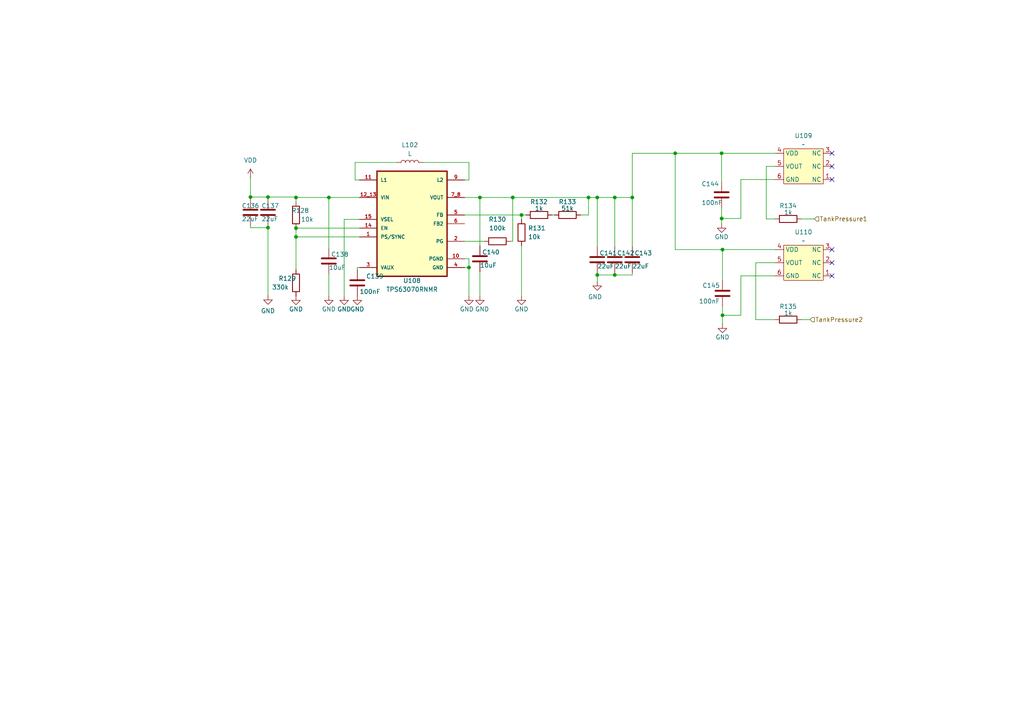
<source format=kicad_sch>
(kicad_sch (version 20231120) (generator "eeschema") (generator_version "8.0")
  (paper "A4")
  (lib_symbols
    (symbol "Device:C" (pin_numbers hide) (pin_names (offset 0.254))
      (property "Reference" "C" (at 0.635 2.54 0))
      (property "Value" "C" (at 0.635 -2.54 0))
      (symbol "C_0_1"
        (polyline (pts (xy -2.032 -0.762) (xy 2.032 -0.762)) (stroke (width 0.508)))
        (polyline (pts (xy -2.032 0.762) (xy 2.032 0.762)) (stroke (width 0.508)))
      )
      (symbol "C_1_1"
        (pin passive line (at 0 3.81 270) (length 2.794) (name "~") (number "1"))
        (pin passive line (at 0 -3.81 90) (length 2.794) (name "~") (number "2"))
      )
    )
    (symbol "Device:L" (pin_numbers hide) (pin_names (offset 1.016) hide)
      (property "Reference" "L" (at -1.27 0 90))
      (property "Value" "L" (at 1.905 0 90))
      (symbol "L_0_1"
        (arc (start 0 -2.54) (mid 0.6323 -1.905) (end 0 -1.27))
        (arc (start 0 -1.27) (mid 0.6323 -0.635) (end 0 0))
        (arc (start 0 0) (mid 0.6323 0.635) (end 0 1.27))
        (arc (start 0 1.27) (mid 0.6323 1.905) (end 0 2.54))
      )
      (symbol "L_1_1"
        (pin passive line (at 0 3.81 270) (length 1.27) (name "1") (number "1"))
        (pin passive line (at 0 -3.81 90) (length 1.27) (name "2") (number "2"))
      )
    )
    (symbol "Device:R" (pin_numbers hide) (pin_names (offset 0))
      (property "Reference" "R" (at 2.032 0 90))
      (property "Value" "R" (at 0 0 90))
      (symbol "R_0_1"
        (rectangle (start -1.016 -2.54) (end 1.016 2.54) (stroke (width 0.254)))
      )
      (symbol "R_1_1"
        (pin passive line (at 0 3.81 270) (length 1.27) (name "~") (number "1"))
        (pin passive line (at 0 -3.81 90) (length 1.27) (name "~") (number "2"))
      )
    )
    (symbol "WOBCLibrary:MIS-2500-150G"
      (property "Reference" "U" (at -5.08 6.35 0))
      (symbol "MIS-2500-150G_1_1"
        (polyline (pts (xy -6.35 5.08) (xy -6.35 -5.08) (xy 5.08 -5.08) (xy 5.08 5.08) (xy -6.35 5.08)) (fill (type background)))
        (pin input line (at 7.62 -3.81 180) (length 2.54) (name "NC") (number "1"))
        (pin input line (at 7.62 0 180) (length 2.54) (name "NC") (number "2"))
        (pin input line (at 7.62 3.81 180) (length 2.54) (name "NC") (number "3"))
        (pin input line (at -8.89 3.81 0) (length 2.54) (name "VDD") (number "4"))
        (pin input line (at -8.89 0 0) (length 2.54) (name "VOUT") (number "5"))
        (pin input line (at -8.89 -3.81 0) (length 2.54) (name "GND") (number "6"))
      )
    )
    (symbol "WOBCLibrary:TPS63070RNMR" (pin_names (offset 1.016))
      (property "Reference" "U" (at -12.7 29.21 0))
      (property "Value" "TPS63070RNMR" (at -12.7 -19.24 0))
      (symbol "TPS63070RNMR_0_0"
        (rectangle (start -10.16 15.24) (end 10.16 -15.24) (stroke (width 0.41)) (fill (type background)))
        (pin input line (at -15.24 -3.81 0) (length 5.08) (name "PS/SYNC") (number "1"))
        (pin power_in line (at 15.24 -10.16 180) (length 5.08) (name "PGND") (number "10"))
        (pin bidirectional line (at -15.24 12.7 0) (length 5.08) (name "L1") (number "11"))
        (pin input line (at -15.24 7.62 0) (length 5.08) (name "VIN") (number "12_13"))
        (pin input line (at -15.24 -1.27 0) (length 5.08) (name "EN") (number "14"))
        (pin input line (at -15.24 1.27 0) (length 5.08) (name "VSEL") (number "15"))
        (pin output line (at 15.24 -5.08 180) (length 5.08) (name "PG") (number "2"))
        (pin output line (at -15.24 -12.7 0) (length 5.08) (name "VAUX") (number "3"))
        (pin power_in line (at 15.24 -12.7 180) (length 5.08) (name "GND") (number "4"))
        (pin input line (at 15.24 2.54 180) (length 5.08) (name "FB") (number "5"))
        (pin output line (at 15.24 0 180) (length 5.08) (name "FB2") (number "6"))
        (pin output line (at 15.24 7.62 180) (length 5.08) (name "VOUT") (number "7_8"))
        (pin bidirectional line (at 15.24 12.7 180) (length 5.08) (name "L2") (number "9"))
      )
    )
    (symbol "power:GND" (power) (pin_names (offset 0))
      (property "Value" "GND" (at 0 -3.81 0))
      (symbol "GND_0_1"
        (polyline (pts (xy 0 0) (xy 0 -1.27) (xy 1.27 -1.27) (xy 0 -2.54) (xy -1.27 -1.27) (xy 0 -1.27)))
      )
      (symbol "GND_1_1"
        (pin power_in line (at 0 0 270) (length 0) hide (name "GND") (number "1"))
      )
    )
    (symbol "power:VDD" (power) (pin_numbers hide) (pin_names (offset 0) hide)
      (property "Value" "VDD" (at 0 3.556 0))
      (symbol "VDD_0_1"
        (polyline (pts (xy -0.762 1.27) (xy 0 2.54)))
        (polyline (pts (xy 0 0) (xy 0 2.54)))
        (polyline (pts (xy 0 2.54) (xy 0.762 1.27)))
      )
      (symbol "VDD_1_1"
        (pin power_in line (at 0 0 90) (length 0) (name "~") (number "1"))
      )
    )
  )
  (junction (at 148.717 57.277))
  (junction (at 178.308 79.756))
  (junction (at 139.192 57.277))
  (junction (at 209.296 44.45))
  (junction (at 85.852 68.707))
  (junction (at 209.296 63.373))
  (junction (at 173.228 57.277))
  (junction (at 72.644 57.15))
  (junction (at 209.55 91.44))
  (junction (at 77.724 57.15))
  (junction (at 85.852 66.167))
  (junction (at 183.388 57.277))
  (junction (at 173.228 79.756))
  (junction (at 170.688 57.277))
  (junction (at 77.724 66.04))
  (junction (at 85.852 57.277))
  (junction (at 151.257 62.357))
  (junction (at 209.55 72.39))
  (junction (at 195.834 44.45))
  (junction (at 136.017 77.597))
  (junction (at 178.308 57.277))
  (junction (at 95.377 57.277))
  (no_connect (at 241.3 80.01))
  (no_connect (at 241.3 72.39))
  (no_connect (at 241.3 44.45))
  (no_connect (at 241.3 52.07))
  (no_connect (at 241.3 76.2))
  (no_connect (at 241.3 48.26))
  (wire (pts (xy 183.388 79.121) (xy 183.388 79.756)))
  (wire (pts (xy 222.25 63.5) (xy 224.79 63.5)))
  (wire (pts (xy 173.228 79.756) (xy 173.228 81.661)))
  (wire (pts (xy 85.852 66.167) (xy 104.267 66.167)))
  (wire (pts (xy 151.257 63.627) (xy 151.257 62.357)))
  (wire (pts (xy 139.192 85.852) (xy 139.192 78.867)))
  (wire (pts (xy 209.296 44.45) (xy 209.296 52.705)))
  (wire (pts (xy 115.062 47.117) (xy 102.997 47.117)))
  (wire (pts (xy 209.55 93.98) (xy 209.55 91.44)))
  (wire (pts (xy 183.388 57.277) (xy 183.388 71.501)))
  (wire (pts (xy 195.834 44.45) (xy 209.296 44.45)))
  (wire (pts (xy 102.997 52.197) (xy 104.267 52.197)))
  (wire (pts (xy 219.202 76.2) (xy 219.202 92.71)))
  (wire (pts (xy 170.688 57.277) (xy 170.688 62.357)))
  (wire (pts (xy 85.852 68.707) (xy 104.267 68.707)))
  (wire (pts (xy 136.017 75.057) (xy 136.017 77.597)))
  (wire (pts (xy 72.644 57.15) (xy 72.644 57.785)))
  (wire (pts (xy 85.852 66.167) (xy 85.852 68.707)))
  (wire (pts (xy 77.724 57.15) (xy 77.724 57.785)))
  (wire (pts (xy 85.852 57.277) (xy 95.377 57.277)))
  (wire (pts (xy 77.724 66.04) (xy 77.724 85.725)))
  (wire (pts (xy 151.257 62.357) (xy 152.527 62.357)))
  (wire (pts (xy 222.25 48.26) (xy 224.79 48.26)))
  (wire (pts (xy 209.55 72.39) (xy 209.55 81.28)))
  (wire (pts (xy 103.632 78.232) (xy 103.632 77.597)))
  (wire (pts (xy 95.377 57.277) (xy 104.267 57.277)))
  (wire (pts (xy 136.017 52.197) (xy 134.747 52.197)))
  (wire (pts (xy 209.296 60.325) (xy 209.296 63.373)))
  (wire (pts (xy 209.55 72.39) (xy 195.834 72.39)))
  (wire (pts (xy 209.55 88.9) (xy 209.55 91.44)))
  (wire (pts (xy 183.388 79.756) (xy 178.308 79.756)))
  (wire (pts (xy 136.017 47.117) (xy 136.017 52.197)))
  (wire (pts (xy 183.388 44.45) (xy 183.388 57.277)))
  (wire (pts (xy 170.688 57.277) (xy 173.228 57.277)))
  (wire (pts (xy 173.228 57.277) (xy 173.228 71.501)))
  (wire (pts (xy 178.308 57.277) (xy 178.308 71.501)))
  (wire (pts (xy 95.377 71.882) (xy 95.377 57.277)))
  (wire (pts (xy 99.822 63.627) (xy 99.822 85.852)))
  (wire (pts (xy 95.377 79.502) (xy 95.377 85.852)))
  (wire (pts (xy 232.41 92.71) (xy 234.95 92.71)))
  (wire (pts (xy 219.202 76.2) (xy 224.79 76.2)))
  (wire (pts (xy 173.228 57.277) (xy 178.308 57.277)))
  (wire (pts (xy 214.884 52.07) (xy 224.79 52.07)))
  (wire (pts (xy 183.388 57.277) (xy 178.308 57.277)))
  (wire (pts (xy 122.682 47.117) (xy 136.017 47.117)))
  (wire (pts (xy 151.257 71.247) (xy 151.257 85.852)))
  (wire (pts (xy 209.55 91.44) (xy 214.884 91.44)))
  (wire (pts (xy 136.017 77.597) (xy 136.017 85.852)))
  (wire (pts (xy 140.462 69.977) (xy 134.747 69.977)))
  (wire (pts (xy 103.632 77.597) (xy 104.267 77.597)))
  (wire (pts (xy 148.082 69.977) (xy 148.717 69.977)))
  (wire (pts (xy 85.852 57.15) (xy 85.852 57.277)))
  (wire (pts (xy 77.724 57.15) (xy 85.852 57.15)))
  (wire (pts (xy 195.834 44.45) (xy 195.834 72.39)))
  (wire (pts (xy 178.308 79.121) (xy 178.308 79.756)))
  (wire (pts (xy 209.296 64.897) (xy 209.296 63.373)))
  (wire (pts (xy 139.192 57.277) (xy 148.717 57.277)))
  (wire (pts (xy 214.884 63.373) (xy 214.884 52.07)))
  (wire (pts (xy 72.644 65.405) (xy 72.644 66.04)))
  (wire (pts (xy 219.202 92.71) (xy 224.79 92.71)))
  (wire (pts (xy 104.267 63.627) (xy 99.822 63.627)))
  (wire (pts (xy 209.296 63.373) (xy 214.884 63.373)))
  (wire (pts (xy 134.747 57.277) (xy 139.192 57.277)))
  (wire (pts (xy 232.41 63.5) (xy 236.22 63.5)))
  (wire (pts (xy 134.747 62.357) (xy 151.257 62.357)))
  (wire (pts (xy 209.296 44.45) (xy 224.79 44.45)))
  (wire (pts (xy 214.884 91.44) (xy 214.884 80.01)))
  (wire (pts (xy 72.644 66.04) (xy 77.724 66.04)))
  (wire (pts (xy 173.228 79.756) (xy 173.228 79.121)))
  (wire (pts (xy 178.308 79.756) (xy 173.228 79.756)))
  (wire (pts (xy 72.644 57.15) (xy 77.724 57.15)))
  (wire (pts (xy 77.724 65.405) (xy 77.724 66.04)))
  (wire (pts (xy 148.717 57.277) (xy 170.688 57.277)))
  (wire (pts (xy 160.782 62.357) (xy 160.147 62.357)))
  (wire (pts (xy 170.688 62.357) (xy 168.402 62.357)))
  (wire (pts (xy 183.388 44.45) (xy 195.834 44.45)))
  (wire (pts (xy 102.997 47.117) (xy 102.997 52.197)))
  (wire (pts (xy 139.192 57.277) (xy 139.192 71.247)))
  (wire (pts (xy 72.644 51.562) (xy 72.644 57.15)))
  (wire (pts (xy 209.55 72.39) (xy 224.79 72.39)))
  (wire (pts (xy 136.017 77.597) (xy 134.747 77.597)))
  (wire (pts (xy 85.852 57.277) (xy 85.852 58.547)))
  (wire (pts (xy 134.747 75.057) (xy 136.017 75.057)))
  (wire (pts (xy 85.852 68.707) (xy 85.852 78.232)))
  (wire (pts (xy 214.884 80.01) (xy 224.79 80.01)))
  (wire (pts (xy 222.25 48.26) (xy 222.25 63.5)))
  (wire (pts (xy 148.717 69.977) (xy 148.717 57.277)))
  (hierarchical_label "TankPressure1" (shape input) (at 236.22 63.5 0))
  (hierarchical_label "TankPressure2" (shape input) (at 234.95 92.71 0))
  (symbol (lib_id "Device:C") (at 178.308 75.311 0) (unit 1)
    (property "Reference" "C142" (at 178.943 73.406 0) (effects (justify left)))
    (property "Value" "22uF" (at 178.308 77.216 0) (effects (justify left)))
    (property "Footprint" "Capacitor_SMD:C_0805_2012Metric" (effects (hide yes)))
    (property "LCSC" "C45783" (effects (hide yes)))
    (instances (project "RCS" (path "" (reference "C142") (unit 1))) (project "RCS" (path "" (reference "C507") (unit 1))))
  )
  (symbol (lib_id "Device:R") (at 156.337 62.357 90) (unit 1)
    (property "Reference" "R132" (at 156.337 58.547 90))
    (property "Value" "1k" (at 156.337 60.452 90))
    (property "Footprint" "Resistor_SMD:R_0402_1005Metric" (effects (hide yes)))
    (property "LCSC" " C11702" (effects (hide yes)))
    (instances (project "RCS" (path "" (reference "R132") (unit 1))) (project "RCS" (path "" (reference "R505") (unit 1))))
  )
  (symbol (lib_id "Device:C") (at 139.192 75.057 0) (unit 1)
    (property "Reference" "C140" (at 139.827 73.152 0) (effects (justify left)))
    (property "Value" "10uF" (at 139.192 76.962 0) (effects (justify left)))
    (property "Footprint" "Capacitor_SMD:C_0603_1608Metric" (effects (hide yes)))
    (property "LCSC" "C96446" (effects (hide yes)))
    (instances (project "RCS" (path "" (reference "C140") (unit 1))) (project "RCS" (path "" (reference "C505") (unit 1))))
  )
  (symbol (lib_id "power:GND") (at 85.852 85.852 0) (unit 1)
    (property "Reference" "#PWR0163" (effects (hide yes)))
    (property "Value" "GND" (at 85.852 89.662 0))
    (instances (project "RCS" (path "" (reference "#PWR0163") (unit 1))) (project "RCS" (path "" (reference "#PWR0503") (unit 1))))
  )
  (symbol (lib_id "power:GND") (at 77.724 85.725 0) (unit 1)
    (property "Reference" "#PWR0162" (effects (hide yes)))
    (property "Value" "GND" (at 77.724 90.17 0))
    (instances (project "RCS" (path "" (reference "#PWR0162") (unit 1))) (project "RCS" (path "" (reference "#PWR0502") (unit 1))))
  )
  (symbol (lib_id "Device:C") (at 95.377 75.692 0) (unit 1)
    (property "Reference" "C138" (at 96.012 73.787 0) (effects (justify left)))
    (property "Value" "10uF" (at 95.377 77.597 0) (effects (justify left)))
    (property "Footprint" "Capacitor_SMD:C_0603_1608Metric" (effects (hide yes)))
    (property "LCSC" "C96446" (effects (hide yes)))
    (instances (project "RCS" (path "" (reference "C138") (unit 1))) (project "RCS" (path "" (reference "C503") (unit 1))))
  )
  (symbol (lib_id "Device:C") (at 103.632 82.042 0) (unit 1)
    (property "Reference" "C139" (at 106.172 80.137 0) (effects (justify left)))
    (property "Value" "100nF" (at 104.267 84.582 0) (effects (justify left)))
    (property "Footprint" "Capacitor_SMD:C_0402_1005Metric" (effects (hide yes)))
    (property "LCSC" "C1525" (effects (hide yes)))
    (instances (project "RCS" (path "" (reference "C139") (unit 1))) (project "RCS" (path "" (reference "C504") (unit 1))))
  )
  (symbol (lib_id "power:GND") (at 209.55 93.98 0) (unit 1)
    (property "Reference" "#PWR0172" (effects (hide yes)))
    (property "Value" "GND" (at 209.55 97.79 0))
    (instances (project "RCS" (path "" (reference "#PWR0172") (unit 1))) (project "RCS" (path "" (reference "#PWR0512") (unit 1))))
  )
  (symbol (lib_id "power:GND") (at 173.228 81.661 0) (unit 1)
    (property "Reference" "#PWR0170" (effects (hide yes)))
    (property "Value" "GND" (at 172.593 86.106 0))
    (instances (project "RCS" (path "" (reference "#PWR0170") (unit 1))) (project "RCS" (path "" (reference "#PWR0510") (unit 1))))
  )
  (symbol (lib_id "power:GND") (at 209.296 64.897 0) (unit 1)
    (property "Reference" "#PWR0171" (effects (hide yes)))
    (property "Value" "GND" (at 209.296 68.707 0))
    (instances (project "RCS" (path "" (reference "#PWR0171") (unit 1))) (project "RCS" (path "" (reference "#PWR0511") (unit 1))))
  )
  (symbol (lib_id "Device:C") (at 77.724 61.595 0) (unit 1)
    (property "Reference" "C137" (at 75.819 59.69 0) (effects (justify left)))
    (property "Value" "22uF" (at 75.819 63.5 0) (effects (justify left)))
    (property "Footprint" "Capacitor_SMD:C_0805_2012Metric" (effects (hide yes)))
    (property "LCSC" "C45783" (effects (hide yes)))
    (instances (project "RCS" (path "" (reference "C137") (unit 1))) (project "RCS" (path "" (reference "C502") (unit 1))))
  )
  (symbol (lib_id "power:VDD") (at 72.644 51.562 0) (unit 1)
    (property "Reference" "#PWR0161" (effects (hide yes)))
    (property "Value" "VDD" (at 72.644 46.482 0))
    (property "Description" "Power symbol creates a global label with name \"VDD\"" (effects (hide yes)))
    (instances (project "RCS" (path "" (reference "#PWR0161") (unit 1))) (project "RCS" (path "" (reference "#PWR0501") (unit 1))))
  )
  (symbol (lib_id "Device:C") (at 72.644 61.595 0) (unit 1)
    (property "Reference" "C136" (at 70.104 59.69 0) (effects (justify left)))
    (property "Value" "22uF" (at 70.104 63.5 0) (effects (justify left)))
    (property "Footprint" "Capacitor_SMD:C_0805_2012Metric" (effects (hide yes)))
    (property "LCSC" "C45783" (effects (hide yes)))
    (instances (project "RCS" (path "" (reference "C136") (unit 1))) (project "RCS" (path "" (reference "C501") (unit 1))))
  )
  (symbol (lib_id "Device:C") (at 173.228 75.311 0) (unit 1)
    (property "Reference" "C141" (at 173.863 73.406 0) (effects (justify left)))
    (property "Value" "22uF" (at 173.228 77.216 0) (effects (justify left)))
    (property "Footprint" "Capacitor_SMD:C_0805_2012Metric" (effects (hide yes)))
    (property "LCSC" "C45783" (effects (hide yes)))
    (instances (project "RCS" (path "" (reference "C141") (unit 1))) (project "RCS" (path "" (reference "C506") (unit 1))))
  )
  (symbol (lib_id "power:GND") (at 95.377 85.852 0) (unit 1)
    (property "Reference" "#PWR0164" (effects (hide yes)))
    (property "Value" "GND" (at 95.377 89.662 0))
    (instances (project "RCS" (path "" (reference "#PWR0164") (unit 1))) (project "RCS" (path "" (reference "#PWR0504") (unit 1))))
  )
  (symbol (lib_id "Device:R") (at 228.6 92.71 90) (unit 1)
    (property "Reference" "R135" (at 228.6 88.9 90))
    (property "Value" "1k" (at 228.6 90.805 90))
    (property "Footprint" "Resistor_SMD:R_0402_1005Metric" (effects (hide yes)))
    (property "LCSC" " C11702" (effects (hide yes)))
    (instances (project "RCS" (path "" (reference "R135") (unit 1))) (project "RCS" (path "" (reference "R508") (unit 1))))
  )
  (symbol (lib_id "power:GND") (at 151.257 85.852 0) (unit 1)
    (property "Reference" "#PWR0169" (effects (hide yes)))
    (property "Value" "GND" (at 151.257 89.662 0))
    (instances (project "RCS" (path "" (reference "#PWR0169") (unit 1))) (project "RCS" (path "" (reference "#PWR0509") (unit 1))))
  )
  (symbol (lib_id "Device:C") (at 209.55 85.09 0) (unit 1)
    (property "Reference" "C145" (at 203.708 82.804 0) (effects (justify left)))
    (property "Value" "100nF" (at 202.692 87.376 0) (effects (justify left)))
    (property "Footprint" "Capacitor_SMD:C_0402_1005Metric" (effects (hide yes)))
    (property "LCSC" "C1525" (effects (hide yes)))
    (instances (project "RCS" (path "" (reference "C145") (unit 1))) (project "RCS" (path "" (reference "C510") (unit 1))))
  )
  (symbol (lib_id "Device:R") (at 164.592 62.357 90) (unit 1)
    (property "Reference" "R133" (at 164.592 58.547 90))
    (property "Value" "51k" (at 164.592 60.452 90))
    (property "Footprint" "Resistor_SMD:R_0402_1005Metric" (effects (hide yes)))
    (property "LCSC" " C25794" (effects (hide yes)))
    (instances (project "RCS" (path "" (reference "R133") (unit 1))) (project "RCS" (path "" (reference "R506") (unit 1))))
  )
  (symbol (lib_id "power:GND") (at 136.017 85.852 0) (unit 1)
    (property "Reference" "#PWR0167" (effects (hide yes)))
    (property "Value" "GND" (at 135.382 89.662 0))
    (instances (project "RCS" (path "" (reference "#PWR0167") (unit 1))) (project "RCS" (path "" (reference "#PWR0507") (unit 1))))
  )
  (symbol (lib_id "Device:R") (at 85.852 62.357 180) (unit 1)
    (property "Reference" "R128" (at 89.662 61.087 0) (effects (justify left)))
    (property "Value" "10k" (at 90.932 63.627 0) (effects (justify left)))
    (property "Footprint" "Resistor_SMD:R_0402_1005Metric" (effects (hide yes)))
    (property "LCSC" "C25744" (effects (hide yes)))
    (instances (project "RCS" (path "" (reference "R128") (unit 1))) (project "RCS" (path "" (reference "R501") (unit 1))))
  )
  (symbol (lib_id "WOBCLibrary:MIS-2500-150G") (at 233.68 48.26 0) (unit 1)
    (property "Reference" "U109" (at 233.045 39.37 0))
    (property "Value" "~" (at 233.045 41.91 0))
    (property "Footprint" "Package_DIP:DIP-6_W7.62mm" (effects (hide yes)))
    (instances (project "" (path "" (reference "U109") (unit 1))) (project "" (path "" (reference "U502") (unit 1))))
  )
  (symbol (lib_id "WOBCLibrary:TPS63070RNMR") (at 119.507 64.897 0) (unit 1)
    (property "Reference" "U108" (at 119.507 81.407 0))
    (property "Value" "TPS63070RNMR" (at 119.507 83.947 0))
    (property "Footprint" "WOBCLibrary:VREG_TPS63070RNMR" (effects (hide yes)))
    (property "Description" "Wide input voltage (2V-16V) buck-boost converter" (effects (hide yes)))
    (property "MF" "Texas Instruments" (effects (hide yes)))
    (property "Package" "VQFN-HR-15 Texas Instruments" (effects (hide yes)))
    (property "Price" "None" (effects (hide yes)))
    (property "SnapEDA_Link" "https://www.snapeda.com/parts/TPS63070RNMR/Texas+Instruments/view-part/?ref=snap" (effects (hide yes)))
    (property "MP" "TPS63070RNMR" (effects (hide yes)))
    (property "Purchase-URL" "https://www.snapeda.com/api/url_track_click_mouser/?unipart_id=583017&manufacturer=Texas Instruments&part_name=TPS63070RNMR&search_term=None" (effects (hide yes)))
    (property "Availability" "In Stock" (effects (hide yes)))
    (property "Check_prices" "https://www.snapeda.com/parts/TPS63070RNMR/Texas+Instruments/view-part/?ref=eda" (effects (hide yes)))
    (property "LCSC" "C109322" (effects (hide yes)))
    (instances (project "RCS" (path "" (reference "U108") (unit 1))) (project "RCS" (path "" (reference "U501") (unit 1))))
  )
  (symbol (lib_id "Device:C") (at 209.296 56.515 0) (unit 1)
    (property "Reference" "C144" (at 203.454 53.34 0) (effects (justify left)))
    (property "Value" "100nF" (at 203.454 58.801 0) (effects (justify left)))
    (property "Footprint" "Capacitor_SMD:C_0402_1005Metric" (effects (hide yes)))
    (property "LCSC" "C1525" (effects (hide yes)))
    (instances (project "RCS" (path "" (reference "C144") (unit 1))) (project "RCS" (path "" (reference "C509") (unit 1))))
  )
  (symbol (lib_id "Device:L") (at 118.872 47.117 90) (unit 1)
    (property "Reference" "L102" (at 118.872 42.037 90))
    (property "Value" "L" (at 118.872 44.577 90))
    (property "Footprint" "Inductor_SMD:L_Wuerth_WE-TPC-3816" (effects (hide yes)))
    (property "LCSC" "C3033018" (effects (hide yes)))
    (instances (project "RCS" (path "" (reference "L102") (unit 1))) (project "RCS" (path "" (reference "L501") (unit 1))))
  )
  (symbol (lib_id "power:GND") (at 103.632 85.852 0) (unit 1)
    (property "Reference" "#PWR0166" (effects (hide yes)))
    (property "Value" "GND" (at 103.632 89.662 0))
    (instances (project "RCS" (path "" (reference "#PWR0166") (unit 1))) (project "RCS" (path "" (reference "#PWR0506") (unit 1))))
  )
  (symbol (lib_id "WOBCLibrary:MIS-2500-150G") (at 233.68 76.2 0) (unit 1)
    (property "Reference" "U110" (at 233.045 67.31 0))
    (property "Value" "~" (at 233.045 69.85 0))
    (property "Footprint" "Package_DIP:DIP-6_W7.62mm" (effects (hide yes)))
    (instances (project "RCS" (path "" (reference "U110") (unit 1))) (project "RCS" (path "" (reference "U503") (unit 1))))
  )
  (symbol (lib_id "Device:R") (at 151.257 67.437 180) (unit 1)
    (property "Reference" "R131" (at 153.162 66.167 0) (effects (justify right)))
    (property "Value" "10k" (at 153.162 68.707 0) (effects (justify right)))
    (property "Footprint" "Resistor_SMD:R_0402_1005Metric" (effects (hide yes)))
    (property "LCSC" "C25744" (effects (hide yes)))
    (instances (project "RCS" (path "" (reference "R131") (unit 1))) (project "RCS" (path "" (reference "R504") (unit 1))))
  )
  (symbol (lib_id "power:GND") (at 99.822 85.852 0) (unit 1)
    (property "Reference" "#PWR0165" (effects (hide yes)))
    (property "Value" "GND" (at 99.822 89.662 0))
    (instances (project "RCS" (path "" (reference "#PWR0165") (unit 1))) (project "RCS" (path "" (reference "#PWR0505") (unit 1))))
  )
  (symbol (lib_id "Device:R") (at 228.6 63.5 90) (unit 1)
    (property "Reference" "R134" (at 228.6 59.69 90))
    (property "Value" "1k" (at 228.6 61.595 90))
    (property "Footprint" "Resistor_SMD:R_0402_1005Metric" (effects (hide yes)))
    (property "LCSC" " C11702" (effects (hide yes)))
    (instances (project "RCS" (path "" (reference "R134") (unit 1))) (project "RCS" (path "" (reference "R507") (unit 1))))
  )
  (symbol (lib_id "Device:R") (at 144.272 69.977 270) (unit 1)
    (property "Reference" "R130" (at 144.272 63.627 90))
    (property "Value" "100k" (at 144.272 66.167 90))
    (property "Footprint" "Resistor_SMD:R_0402_1005Metric" (effects (hide yes)))
    (property "LCSC" "C25741" (effects (hide yes)))
    (instances (project "RCS" (path "" (reference "R130") (unit 1))) (project "RCS" (path "" (reference "R503") (unit 1))))
  )
  (symbol (lib_id "Device:R") (at 85.852 82.042 0) (unit 1)
    (property "Reference" "R129" (at 80.772 80.772 0) (effects (justify left)))
    (property "Value" "330k" (at 78.867 83.312 0) (effects (justify left)))
    (property "Footprint" "Resistor_SMD:R_0402_1005Metric" (effects (hide yes)))
    (property "LCSC" "C23137" (effects (hide yes)))
    (instances (project "RCS" (path "" (reference "R129") (unit 1))) (project "RCS" (path "" (reference "R502") (unit 1))))
  )
  (symbol (lib_id "power:GND") (at 139.192 85.852 0) (unit 1)
    (property "Reference" "#PWR0168" (effects (hide yes)))
    (property "Value" "GND" (at 139.827 89.662 0))
    (instances (project "RCS" (path "" (reference "#PWR0168") (unit 1))) (project "RCS" (path "" (reference "#PWR0508") (unit 1))))
  )
  (symbol (lib_id "Device:C") (at 183.388 75.311 0) (unit 1)
    (property "Reference" "C143" (at 184.023 73.406 0) (effects (justify left)))
    (property "Value" "22uF" (at 183.388 77.216 0) (effects (justify left)))
    (property "Footprint" "Capacitor_SMD:C_0805_2012Metric" (effects (hide yes)))
    (property "LCSC" "C45783" (effects (hide yes)))
    (instances (project "RCS" (path "" (reference "C143") (unit 1))) (project "RCS" (path "" (reference "C508") (unit 1))))
  )
)
</source>
